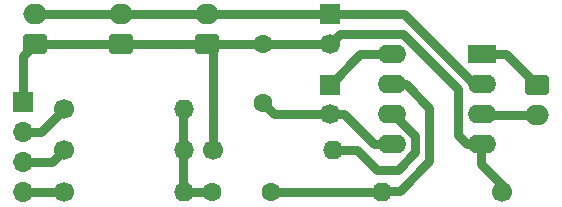
<source format=gbr>
%TF.GenerationSoftware,KiCad,Pcbnew,8.0.3-8.0.3-0~ubuntu23.10.1*%
%TF.CreationDate,2024-06-28T14:27:20+02:00*%
%TF.ProjectId,SolarAmp,536f6c61-7241-46d7-902e-6b696361645f,1*%
%TF.SameCoordinates,PX54a37b0PY44aa200*%
%TF.FileFunction,Copper,L1,Top*%
%TF.FilePolarity,Positive*%
%FSLAX46Y46*%
G04 Gerber Fmt 4.6, Leading zero omitted, Abs format (unit mm)*
G04 Created by KiCad (PCBNEW 8.0.3-8.0.3-0~ubuntu23.10.1) date 2024-06-28 14:27:20*
%MOMM*%
%LPD*%
G01*
G04 APERTURE LIST*
G04 Aperture macros list*
%AMRoundRect*
0 Rectangle with rounded corners*
0 $1 Rounding radius*
0 $2 $3 $4 $5 $6 $7 $8 $9 X,Y pos of 4 corners*
0 Add a 4 corners polygon primitive as box body*
4,1,4,$2,$3,$4,$5,$6,$7,$8,$9,$2,$3,0*
0 Add four circle primitives for the rounded corners*
1,1,$1+$1,$2,$3*
1,1,$1+$1,$4,$5*
1,1,$1+$1,$6,$7*
1,1,$1+$1,$8,$9*
0 Add four rect primitives between the rounded corners*
20,1,$1+$1,$2,$3,$4,$5,0*
20,1,$1+$1,$4,$5,$6,$7,0*
20,1,$1+$1,$6,$7,$8,$9,0*
20,1,$1+$1,$8,$9,$2,$3,0*%
G04 Aperture macros list end*
%TA.AperFunction,ComponentPad*%
%ADD10R,1.700000X1.700000*%
%TD*%
%TA.AperFunction,ComponentPad*%
%ADD11O,1.700000X1.700000*%
%TD*%
%TA.AperFunction,ComponentPad*%
%ADD12O,2.000000X1.700000*%
%TD*%
%TA.AperFunction,ComponentPad*%
%ADD13RoundRect,0.250000X0.750000X-0.600000X0.750000X0.600000X-0.750000X0.600000X-0.750000X-0.600000X0*%
%TD*%
%TA.AperFunction,ComponentPad*%
%ADD14RoundRect,0.250000X-0.750000X0.600000X-0.750000X-0.600000X0.750000X-0.600000X0.750000X0.600000X0*%
%TD*%
%TA.AperFunction,ComponentPad*%
%ADD15C,1.600000*%
%TD*%
%TA.AperFunction,ComponentPad*%
%ADD16R,2.400000X1.600000*%
%TD*%
%TA.AperFunction,ComponentPad*%
%ADD17O,2.400000X1.600000*%
%TD*%
%TA.AperFunction,ComponentPad*%
%ADD18C,1.700000*%
%TD*%
%TA.AperFunction,ComponentPad*%
%ADD19O,1.700000X1.600000*%
%TD*%
%TA.AperFunction,Conductor*%
%ADD20C,0.800000*%
%TD*%
G04 APERTURE END LIST*
D10*
%TO.P,J1,1,Pin_1*%
%TO.N,GND*%
X2750000Y9330000D03*
D11*
%TO.P,J1,2,Pin_2*%
%TO.N,Net-(J1-Pin_2)*%
X2750000Y6790000D03*
%TO.P,J1,3,Pin_3*%
%TO.N,Net-(J1-Pin_3)*%
X2750000Y4250000D03*
%TO.P,J1,4,Pin_4*%
%TO.N,Net-(J1-Pin_4)*%
X2750000Y1710000D03*
%TD*%
D12*
%TO.P,J5,2,Pin_2*%
%TO.N,+5V*%
X11000000Y16750000D03*
D13*
%TO.P,J5,1,Pin_1*%
%TO.N,GND*%
X11000000Y14250000D03*
%TD*%
D12*
%TO.P,J4,2,Pin_2*%
%TO.N,+5V*%
X18250000Y16750000D03*
D13*
%TO.P,J4,1,Pin_1*%
%TO.N,GND*%
X18250000Y14250000D03*
%TD*%
D12*
%TO.P,J3,2,Pin_2*%
%TO.N,+5V*%
X3750000Y16750000D03*
D13*
%TO.P,J3,1,Pin_1*%
%TO.N,GND*%
X3750000Y14250000D03*
%TD*%
D14*
%TO.P,J2,1,Pin_1*%
%TO.N,Net-(J2-Pin_1)*%
X46250000Y10750000D03*
D12*
%TO.P,J2,2,Pin_2*%
%TO.N,Net-(J2-Pin_2)*%
X46250000Y8250000D03*
%TD*%
D15*
%TO.P,C4,1*%
%TO.N,Net-(C4-Pad1)*%
X18750000Y1750000D03*
%TO.P,C4,2*%
%TO.N,Net-(U1A-+)*%
X23750000Y1750000D03*
%TD*%
%TO.P,C2,2*%
%TO.N,GND*%
X23000000Y14250000D03*
%TO.P,C2,1*%
%TO.N,Net-(U1B--)*%
X23000000Y9250000D03*
%TD*%
D16*
%TO.P,U1,1*%
%TO.N,Net-(J2-Pin_1)*%
X41545000Y13370000D03*
D17*
%TO.P,U1,2,V+*%
%TO.N,+5V*%
X41545000Y10830000D03*
%TO.P,U1,3*%
%TO.N,Net-(J2-Pin_2)*%
X41545000Y8290000D03*
%TO.P,U1,4,V-*%
%TO.N,GND*%
X41545000Y5750000D03*
%TO.P,U1,5,-*%
%TO.N,Net-(U1B--)*%
X33925000Y5750000D03*
%TO.P,U1,6,+*%
%TO.N,Net-(U1B-+)*%
X33925000Y8290000D03*
%TO.P,U1,7,+*%
%TO.N,Net-(U1A-+)*%
X33925000Y10830000D03*
%TO.P,U1,8,-*%
%TO.N,Net-(U1A--)*%
X33925000Y13370000D03*
%TD*%
D10*
%TO.P,C3,1*%
%TO.N,+5V*%
X28675000Y16750000D03*
D18*
%TO.P,C3,2*%
%TO.N,GND*%
X28675000Y14250000D03*
%TD*%
%TO.P,R3,1*%
%TO.N,Net-(J1-Pin_3)*%
X6170000Y5250000D03*
D19*
%TO.P,R3,2*%
%TO.N,Net-(C4-Pad1)*%
X16330000Y5250000D03*
%TD*%
D18*
%TO.P,R5,1*%
%TO.N,GND*%
X18840000Y5250000D03*
D19*
%TO.P,R5,2*%
%TO.N,Net-(U1B-+)*%
X29000000Y5250000D03*
%TD*%
D18*
%TO.P,R4,1*%
%TO.N,Net-(J1-Pin_2)*%
X6170000Y8750000D03*
D19*
%TO.P,R4,2*%
%TO.N,Net-(C4-Pad1)*%
X16330000Y8750000D03*
%TD*%
D18*
%TO.P,R1,1*%
%TO.N,Net-(J1-Pin_4)*%
X6170000Y1750000D03*
D19*
%TO.P,R1,2*%
%TO.N,Net-(C4-Pad1)*%
X16330000Y1750000D03*
%TD*%
D10*
%TO.P,C1,1*%
%TO.N,Net-(U1A--)*%
X28675000Y10775112D03*
D18*
%TO.P,C1,2*%
%TO.N,Net-(U1B--)*%
X28675000Y8275112D03*
%TD*%
%TO.P,R2,1*%
%TO.N,GND*%
X43255000Y1750000D03*
D19*
%TO.P,R2,2*%
%TO.N,Net-(U1A-+)*%
X33095000Y1750000D03*
%TD*%
D20*
%TO.N,Net-(U1A-+)*%
X23750000Y1750000D02*
X33095000Y1750000D01*
%TO.N,+5V*%
X3750000Y16790000D02*
X3790000Y16750000D01*
X3790000Y16750000D02*
X18210000Y16750000D01*
X18210000Y16750000D02*
X18250000Y16790000D01*
%TO.N,Net-(J2-Pin_2)*%
X46250000Y8250000D02*
X41585000Y8250000D01*
X41585000Y8250000D02*
X41545000Y8290000D01*
%TO.N,Net-(J2-Pin_1)*%
X43630000Y13370000D02*
X46250000Y10750000D01*
X41545000Y13370000D02*
X43630000Y13370000D01*
%TO.N,GND*%
X41500000Y5750000D02*
X41500000Y4065000D01*
X41500000Y4065000D02*
X43500000Y2065000D01*
%TO.N,+5V*%
X18250000Y16750000D02*
X28675000Y16750000D01*
%TO.N,GND*%
X18840000Y5250000D02*
X18840000Y13660000D01*
X18840000Y13660000D02*
X18250000Y14250000D01*
X3750000Y14250000D02*
X23000000Y14250000D01*
X2750000Y9330000D02*
X2750000Y13250000D01*
X2750000Y13250000D02*
X3750000Y14250000D01*
%TO.N,Net-(J1-Pin_2)*%
X2750000Y6790000D02*
X4210000Y6790000D01*
X4210000Y6790000D02*
X6170000Y8750000D01*
%TO.N,Net-(J1-Pin_3)*%
X2750000Y4250000D02*
X5170000Y4250000D01*
X5170000Y4250000D02*
X6170000Y5250000D01*
%TO.N,Net-(J1-Pin_4)*%
X2750000Y1710000D02*
X6130000Y1710000D01*
X6130000Y1710000D02*
X6170000Y1750000D01*
%TO.N,Net-(U1B--)*%
X28675000Y8275112D02*
X23974888Y8275112D01*
X23974888Y8275112D02*
X23000000Y9250000D01*
X32402193Y5750000D02*
X33925000Y5750000D01*
%TO.N,Net-(U1B-+)*%
X32675000Y3570000D02*
X34425000Y3570000D01*
%TO.N,Net-(U1B--)*%
X29877081Y8275112D02*
X32402193Y5750000D01*
X28675000Y8275112D02*
X29877081Y8275112D01*
%TO.N,Net-(U1B-+)*%
X29000000Y5250000D02*
X30995000Y5250000D01*
X30995000Y5250000D02*
X32675000Y3570000D01*
X34425000Y3570000D02*
X35925000Y5070000D01*
X35925000Y5070000D02*
X35925000Y6412742D01*
X35925000Y6412742D02*
X34047742Y8290000D01*
%TO.N,+5V*%
X40862056Y10830000D02*
X34942056Y16750000D01*
X28675000Y16750000D02*
X34942056Y16750000D01*
%TO.N,GND*%
X39545000Y6550000D02*
X40345000Y5750000D01*
X39545000Y10450000D02*
X39545000Y6550000D01*
X34895000Y15100000D02*
X39545000Y10450000D01*
X28675000Y14250000D02*
X29525000Y15100000D01*
X29525000Y15100000D02*
X34895000Y15100000D01*
X40345000Y5750000D02*
X41545000Y5750000D01*
X28675000Y14250000D02*
X23000000Y14250000D01*
%TO.N,Net-(C4-Pad1)*%
X16330000Y1750000D02*
X18750000Y1750000D01*
%TO.N,Net-(U1A--)*%
X33925000Y13370000D02*
X31269888Y13370000D01*
X31269888Y13370000D02*
X28675000Y10775112D01*
%TO.N,Net-(U1A-+)*%
X37125000Y8830000D02*
X37125000Y4300000D01*
X35125000Y10830000D02*
X37125000Y8830000D01*
X34645000Y1820000D02*
X33095000Y1820000D01*
X37125000Y4300000D02*
X34645000Y1820000D01*
X33925000Y10830000D02*
X35125000Y10830000D01*
%TO.N,Net-(C4-Pad1)*%
X16250000Y1830000D02*
X16250000Y2750000D01*
X16250000Y2750000D02*
X16250000Y5170000D01*
X16250000Y5330000D02*
X16250000Y8670000D01*
%TD*%
M02*

</source>
